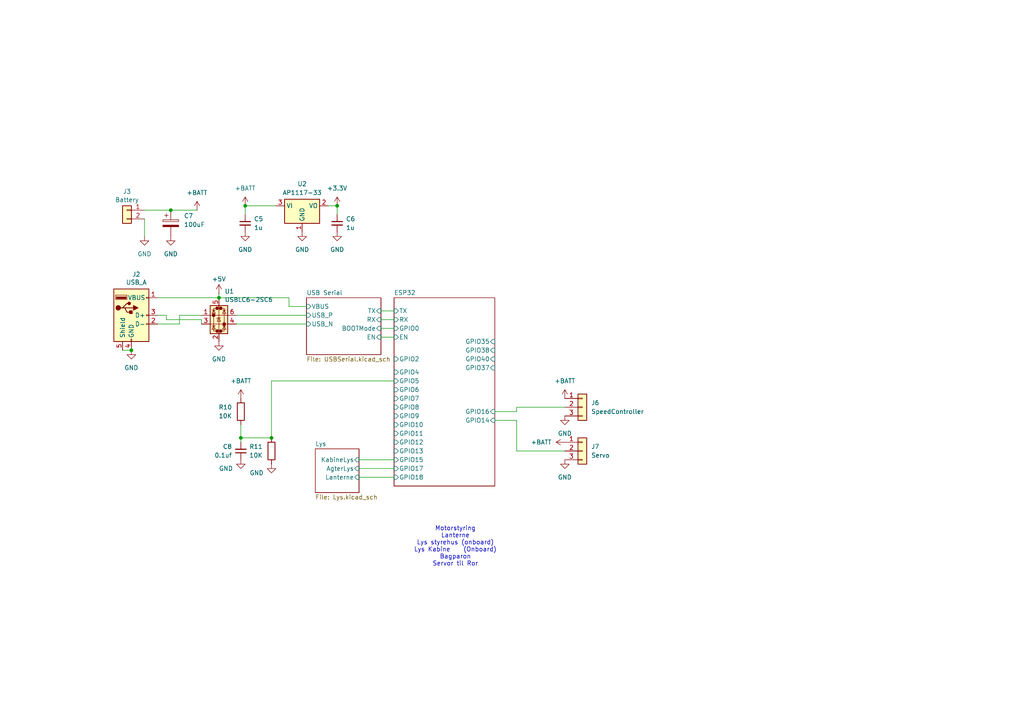
<source format=kicad_sch>
(kicad_sch (version 20231120) (generator "eeschema") (generator_version "8.0")
  (paper "A4")
  (lib_symbols
    (symbol "Connector_Generic:Conn_01x02" (pin_names (offset 1.016) hide)
      (property "Reference" "J" (at 0 2.54 0))
      (property "Value" "Conn_01x02" (at 0 -5.08 0))
      (symbol "Conn_01x02_1_1"
        (rectangle (start -1.27 -2.413) (end 0 -2.667) (stroke (width 0.1524)))
        (rectangle (start -1.27 0.127) (end 0 -0.127) (stroke (width 0.1524)))
        (rectangle (start -1.27 1.27) (end 1.27 -3.81) (stroke (width 0.254)) (fill (type background)))
        (pin passive line (at -5.08 0 0) (length 3.81) (name "Pin_1") (number "1"))
        (pin passive line (at -5.08 -2.54 0) (length 3.81) (name "Pin_2") (number "2"))
      )
    )
    (symbol "Connector_Generic:Conn_01x03" (pin_names (offset 1.016) hide)
      (property "Reference" "J" (at 0 5.08 0))
      (property "Value" "Conn_01x03" (at 0 -5.08 0))
      (symbol "Conn_01x03_1_1"
        (rectangle (start -1.27 -2.413) (end 0 -2.667) (stroke (width 0.1524)))
        (rectangle (start -1.27 0.127) (end 0 -0.127) (stroke (width 0.1524)))
        (rectangle (start -1.27 2.667) (end 0 2.413) (stroke (width 0.1524)))
        (rectangle (start -1.27 3.81) (end 1.27 -3.81) (stroke (width 0.254)) (fill (type background)))
        (pin passive line (at -5.08 2.54 0) (length 3.81) (name "Pin_1") (number "1"))
        (pin passive line (at -5.08 0 0) (length 3.81) (name "Pin_2") (number "2"))
        (pin passive line (at -5.08 -2.54 0) (length 3.81) (name "Pin_3") (number "3"))
      )
    )
    (symbol "Device:C_Polarized" (pin_numbers hide) (pin_names (offset 0.254))
      (property "Reference" "C" (at 0.635 2.54 0))
      (property "Value" "C_Polarized" (at 0.635 -2.54 0))
      (symbol "C_Polarized_0_1"
        (rectangle (start -2.286 0.508) (end 2.286 1.016))
        (polyline (pts (xy -1.778 2.286) (xy -0.762 2.286)))
        (polyline (pts (xy -1.27 2.794) (xy -1.27 1.778)))
        (rectangle (start 2.286 -0.508) (end -2.286 -1.016) (fill (type outline)))
      )
      (symbol "C_Polarized_1_1"
        (pin passive line (at 0 3.81 270) (length 2.794) (name "~") (number "1"))
        (pin passive line (at 0 -3.81 90) (length 2.794) (name "~") (number "2"))
      )
    )
    (symbol "Device:C_Small" (pin_numbers hide) (pin_names (offset 0.254) hide)
      (property "Reference" "C" (at 0.254 1.778 0))
      (property "Value" "C_Small" (at 0.254 -2.032 0))
      (symbol "C_Small_0_1"
        (polyline (pts (xy -1.524 -0.508) (xy 1.524 -0.508)) (stroke (width 0.3302)))
        (polyline (pts (xy -1.524 0.508) (xy 1.524 0.508)) (stroke (width 0.3048)))
      )
      (symbol "C_Small_1_1"
        (pin passive line (at 0 2.54 270) (length 2.032) (name "~") (number "1"))
        (pin passive line (at 0 -2.54 90) (length 2.032) (name "~") (number "2"))
      )
    )
    (symbol "Device:R" (pin_numbers hide) (pin_names (offset 0))
      (property "Reference" "R" (at 2.032 0 90))
      (property "Value" "R" (at 0 0 90))
      (symbol "R_0_1"
        (rectangle (start -1.016 -2.54) (end 1.016 2.54) (stroke (width 0.254)))
      )
      (symbol "R_1_1"
        (pin passive line (at 0 3.81 270) (length 1.27) (name "~") (number "1"))
        (pin passive line (at 0 -3.81 90) (length 1.27) (name "~") (number "2"))
      )
    )
    (symbol "GND_22" (power) (pin_names (offset 0))
      (property "Value" "GND_22" (at 0 -3.81 0))
      (symbol "GND_22_0_1"
        (polyline (pts (xy 0 0) (xy 0 -1.27) (xy 1.27 -1.27) (xy 0 -2.54) (xy -1.27 -1.27) (xy 0 -1.27)))
      )
      (symbol "GND_22_1_1"
        (pin power_in line (at 0 0 270) (length 0) hide (name "GND") (number "1"))
      )
    )
    (symbol "GND_7" (power) (pin_names (offset 0))
      (property "Value" "GND_7" (at 0 -3.81 0))
      (symbol "GND_7_0_1"
        (polyline (pts (xy 0 0) (xy 0 -1.27) (xy 1.27 -1.27) (xy 0 -2.54) (xy -1.27 -1.27) (xy 0 -1.27)))
      )
      (symbol "GND_7_1_1"
        (pin power_in line (at 0 0 270) (length 0) hide (name "GND") (number "1"))
      )
    )
    (symbol "Power_Protection:USBLC6-2SC6" (pin_names hide)
      (property "Reference" "U" (at 0.635 5.715 0))
      (property "Value" "USBLC6-2SC6" (at 0.635 3.81 0))
      (symbol "USBLC6-2SC6_0_0"
        (circle (center -1.524 0) (radius 0.0001) (stroke (width 0.508)))
        (circle (center -0.508 -4.572) (radius 0.0001) (stroke (width 0.508)))
        (circle (center -0.508 2.032) (radius 0.0001) (stroke (width 0.508)))
        (circle (center 0.508 -4.572) (radius 0.0001) (stroke (width 0.508)))
        (circle (center 0.508 2.032) (radius 0.0001) (stroke (width 0.508)))
        (circle (center 1.524 -2.54) (radius 0.0001) (stroke (width 0.508)))
      )
      (symbol "USBLC6-2SC6_0_1"
        (polyline (pts (xy -2.54 -2.54) (xy 2.54 -2.54)))
        (polyline (pts (xy -2.54 0) (xy 2.54 0)))
        (polyline (pts (xy -2.032 -3.048) (xy -1.016 -3.048)))
        (polyline (pts (xy -1.016 1.524) (xy -2.032 1.524)))
        (polyline (pts (xy 1.016 -3.048) (xy 2.032 -3.048)))
        (polyline (pts (xy 1.016 1.524) (xy 2.032 1.524)))
        (polyline (pts (xy -0.508 -1.143) (xy -0.508 -0.762) (xy 0.508 -0.762)))
        (polyline (pts (xy -2.032 0.508) (xy -1.016 0.508) (xy -1.524 1.524) (xy -2.032 0.508)))
        (polyline (pts (xy -1.016 -4.064) (xy -2.032 -4.064) (xy -1.524 -3.048) (xy -1.016 -4.064)))
        (polyline (pts (xy 0.508 -1.778) (xy -0.508 -1.778) (xy 0 -0.762) (xy 0.508 -1.778)))
        (polyline (pts (xy 2.032 -4.064) (xy 1.016 -4.064) (xy 1.524 -3.048) (xy 2.032 -4.064)))
        (polyline (pts (xy 2.032 0.508) (xy 1.016 0.508) (xy 1.524 1.524) (xy 2.032 0.508)))
        (polyline (pts (xy 0 2.54) (xy -0.508 2.032) (xy 0.508 2.032) (xy 0 1.524) (xy 0 -4.064) (xy -0.508 -4.572) (xy 0.508 -4.572) (xy 0 -5.08)))
      )
      (symbol "USBLC6-2SC6_1_1"
        (rectangle (start -2.54 2.794) (end 2.54 -5.334) (stroke (width 0.254)) (fill (type background)))
        (polyline (pts (xy -0.508 2.032) (xy -1.524 2.032) (xy -1.524 -4.572) (xy -0.508 -4.572)))
        (polyline (pts (xy 0.508 -4.572) (xy 1.524 -4.572) (xy 1.524 2.032) (xy 0.508 2.032)))
        (pin passive line (at -5.08 0 0) (length 2.54) (name "I/O1") (number "1"))
        (pin passive line (at 0 -7.62 90) (length 2.54) (name "GND") (number "2"))
        (pin passive line (at -5.08 -2.54 0) (length 2.54) (name "I/O2") (number "3"))
        (pin passive line (at 5.08 -2.54 180) (length 2.54) (name "I/O2") (number "4"))
        (pin passive line (at 0 5.08 270) (length 2.54) (name "VBUS") (number "5"))
        (pin passive line (at 5.08 0 180) (length 2.54) (name "I/O1") (number "6"))
      )
    )
    (symbol "Programmer-rescue:USB_A-Connector" (pin_names (offset 1.016))
      (property "Reference" "J" (at -5.08 11.43 0))
      (property "Value" "Connector_USB_A" (at -5.08 8.89 0))
      (symbol "USB_A-Connector_0_1"
        (rectangle (start -5.08 -7.62) (end 5.08 7.62) (stroke (width 0.254)) (fill (type background)))
        (circle (center -3.81 2.159) (radius 0.635) (stroke (width 0.254)) (fill (type outline)))
        (rectangle (start -1.524 4.826) (end -4.318 5.334) (fill (type outline)))
        (rectangle (start -1.27 4.572) (end -4.572 5.842))
        (circle (center -0.635 3.429) (radius 0.381) (stroke (width 0.254)) (fill (type outline)))
        (rectangle (start -0.127 -7.62) (end 0.127 -6.858))
        (polyline (pts (xy -3.175 2.159) (xy -2.54 2.159) (xy -1.27 3.429) (xy -0.635 3.429)) (stroke (width 0.254)))
        (polyline (pts (xy -2.54 2.159) (xy -1.905 2.159) (xy -1.27 0.889) (xy 0 0.889)) (stroke (width 0.254)))
        (polyline (pts (xy 0.635 2.794) (xy 0.635 1.524) (xy 1.905 2.159) (xy 0.635 2.794)) (stroke (width 0.254)) (fill (type outline)))
        (rectangle (start 0.254 1.27) (end -0.508 0.508) (stroke (width 0.254)) (fill (type outline)))
        (rectangle (start 5.08 -2.667) (end 4.318 -2.413))
        (rectangle (start 5.08 -0.127) (end 4.318 0.127))
        (rectangle (start 5.08 4.953) (end 4.318 5.207))
      )
      (symbol "USB_A-Connector_1_1"
        (polyline (pts (xy -1.905 2.159) (xy 0.635 2.159)) (stroke (width 0.254)))
        (pin power_in line (at 7.62 5.08 180) (length 2.54) (name "VBUS") (number "1"))
        (pin passive line (at 7.62 -2.54 180) (length 2.54) (name "D-") (number "2"))
        (pin passive line (at 7.62 0 180) (length 2.54) (name "D+") (number "3"))
        (pin power_in line (at 0 -10.16 90) (length 2.54) (name "GND") (number "4"))
        (pin passive line (at -2.54 -10.16 90) (length 2.54) (name "Shield") (number "5"))
      )
    )
    (symbol "Regulator_Linear:AP1117-33"
      (property "Reference" "U" (at -3.81 3.175 0))
      (property "Value" "AP1117-33" (at 0 3.175 0))
      (symbol "AP1117-33_0_1"
        (rectangle (start -5.08 -5.08) (end 5.08 1.905) (stroke (width 0.254)) (fill (type background)))
      )
      (symbol "AP1117-33_1_1"
        (pin power_in line (at 0 -7.62 90) (length 2.54) (name "GND") (number "1"))
        (pin power_out line (at 7.62 0 180) (length 2.54) (name "VO") (number "2"))
        (pin power_in line (at -7.62 0 0) (length 2.54) (name "VI") (number "3"))
      )
    )
    (symbol "power:+3.3V" (power) (pin_numbers hide) (pin_names (offset 0) hide)
      (property "Value" "+3.3V" (at 0 3.556 0))
      (symbol "+3.3V_0_1"
        (polyline (pts (xy -0.762 1.27) (xy 0 2.54)))
        (polyline (pts (xy 0 0) (xy 0 2.54)))
        (polyline (pts (xy 0 2.54) (xy 0.762 1.27)))
      )
      (symbol "+3.3V_1_1"
        (pin power_in line (at 0 0 90) (length 0) (name "~") (number "1"))
      )
    )
    (symbol "power:+5V" (power) (pin_numbers hide) (pin_names (offset 0) hide)
      (property "Value" "+5V" (at 0 3.556 0))
      (symbol "+5V_0_1"
        (polyline (pts (xy -0.762 1.27) (xy 0 2.54)))
        (polyline (pts (xy 0 0) (xy 0 2.54)))
        (polyline (pts (xy 0 2.54) (xy 0.762 1.27)))
      )
      (symbol "+5V_1_1"
        (pin power_in line (at 0 0 90) (length 0) (name "~") (number "1"))
      )
    )
    (symbol "power:+BATT" (power) (pin_numbers hide) (pin_names (offset 0) hide)
      (property "Value" "+BATT" (at 0 3.556 0))
      (symbol "+BATT_0_1"
        (polyline (pts (xy -0.762 1.27) (xy 0 2.54)))
        (polyline (pts (xy 0 0) (xy 0 2.54)))
        (polyline (pts (xy 0 2.54) (xy 0.762 1.27)))
      )
      (symbol "+BATT_1_1"
        (pin power_in line (at 0 0 90) (length 0) (name "~") (number "1"))
      )
    )
  )
  (junction (at 71.12 59.69))
  (junction (at 63.5 86.36))
  (junction (at 69.85 127))
  (junction (at 38.1 101.6))
  (junction (at 97.79 59.69))
  (junction (at 49.53 60.96))
  (junction (at 78.74 127))
  (wire (pts (xy 45.72 93.98) (xy 52.07 93.98)))
  (wire (pts (xy 83.82 88.9) (xy 83.82 86.36)))
  (wire (pts (xy 163.83 130.81) (xy 149.86 130.81)))
  (wire (pts (xy 49.53 60.96) (xy 57.15 60.96)))
  (wire (pts (xy 45.72 86.36) (xy 63.5 86.36)))
  (wire (pts (xy 149.86 118.11) (xy 163.83 118.11)))
  (wire (pts (xy 110.49 92.71) (xy 114.3 92.71)))
  (wire (pts (xy 69.85 127) (xy 69.85 128.27)))
  (wire (pts (xy 48.26 92.71) (xy 48.26 91.44)))
  (wire (pts (xy 69.85 123.19) (xy 69.85 127)))
  (wire (pts (xy 104.14 133.35) (xy 114.3 133.35)))
  (wire (pts (xy 104.14 138.43) (xy 114.3 138.43)))
  (wire (pts (xy 110.49 97.79) (xy 114.3 97.79)))
  (wire (pts (xy 110.49 90.17) (xy 114.3 90.17)))
  (wire (pts (xy 149.86 130.81) (xy 149.86 121.92)))
  (wire (pts (xy 48.26 91.44) (xy 45.72 91.44)))
  (wire (pts (xy 83.82 86.36) (xy 63.5 86.36)))
  (wire (pts (xy 58.42 93.98) (xy 58.42 92.71)))
  (wire (pts (xy 97.79 59.69) (xy 97.79 62.23)))
  (wire (pts (xy 68.58 93.98) (xy 88.9 93.98)))
  (wire (pts (xy 149.86 121.92) (xy 143.51 121.92)))
  (wire (pts (xy 114.3 110.49) (xy 78.74 110.49)))
  (wire (pts (xy 80.01 59.69) (xy 71.12 59.69)))
  (wire (pts (xy 88.9 88.9) (xy 83.82 88.9)))
  (wire (pts (xy 71.12 59.69) (xy 71.12 62.23)))
  (wire (pts (xy 78.74 110.49) (xy 78.74 127)))
  (wire (pts (xy 143.51 119.38) (xy 149.86 119.38)))
  (wire (pts (xy 95.25 59.69) (xy 97.79 59.69)))
  (wire (pts (xy 68.58 91.44) (xy 88.9 91.44)))
  (wire (pts (xy 104.14 135.89) (xy 114.3 135.89)))
  (wire (pts (xy 41.91 60.96) (xy 49.53 60.96)))
  (wire (pts (xy 58.42 92.71) (xy 48.26 92.71)))
  (wire (pts (xy 69.85 127) (xy 78.74 127)))
  (wire (pts (xy 41.91 68.58) (xy 41.91 63.5)))
  (wire (pts (xy 52.07 91.44) (xy 58.42 91.44)))
  (wire (pts (xy 149.86 119.38) (xy 149.86 118.11)))
  (wire (pts (xy 52.07 93.98) (xy 52.07 91.44)))
  (wire (pts (xy 35.56 101.6) (xy 38.1 101.6)))
  (wire (pts (xy 110.49 95.25) (xy 114.3 95.25)))
  (wire (pts (xy 63.5 85.09) (xy 63.5 86.36)))
  (text "Motorstyring\nLanterne\nLys styrehus (onboard)\nLys Kabine    (Onboard)\nBagparon\nServor til Ror\n" (at 132.08 158.496 0) (effects (font (size 1.27 1.27))))
  (symbol (lib_name "GND_22") (lib_id "power:GND") (at 78.74 134.62 0) (unit 1)
    (property "Reference" "#PWR034" (effects (hide yes)))
    (property "Value" "GND" (at 74.422 137.16 0))
  )
  (symbol (lib_name "GND_22") (lib_id "power:GND") (at 69.85 133.35 0) (unit 1)
    (property "Reference" "#PWR027" (effects (hide yes)))
    (property "Value" "GND" (at 65.532 135.89 0))
  )
  (symbol (lib_id "Power_Protection:USBLC6-2SC6") (at 63.5 91.44 0) (unit 1)
    (property "Reference" "U1" (at 65.1511 84.5015 0) (effects (justify left)))
    (property "Value" "USBLC6-2SC6" (at 65.1511 86.9258 0) (effects (justify left)))
    (property "Footprint" "Package_TO_SOT_SMD:SOT-23-6" (effects (hide yes)))
    (property "Datasheet" "https://www.st.com/resource/en/datasheet/usblc6-2.pdf" (effects (hide yes)))
    (property "Description" "Very low capacitance ESD protection diode, 2 data-line, SOT-23-6" (effects (hide yes)))
  )
  (symbol (lib_id "Device:R") (at 69.85 119.38 0) (mirror y) (unit 1)
    (property "Reference" "R10" (at 67.31 118.1099 0) (effects (justify left)))
    (property "Value" "10K" (at 67.31 120.6499 0) (effects (justify left)))
    (property "Footprint" "Resistor_SMD:R_0603_1608Metric" (effects (hide yes)))
    (property "LINK" "https://www.digikey.com/en/products/detail/stackpole-electronics-inc/RMCF0805JT10K0/1757762" (effects (hide yes)))
  )
  (symbol (lib_id "Device:C_Small") (at 97.79 64.77 0) (unit 1)
    (property "Reference" "C6" (at 100.33 63.5062 0) (effects (justify left)))
    (property "Value" "1u" (at 100.33 66.0462 0) (effects (justify left)))
    (property "Footprint" "Capacitor_SMD:C_0603_1608Metric" (effects (hide yes)))
    (property "Description" "Unpolarized capacitor, small symbol" (effects (hide yes)))
  )
  (symbol (lib_id "power:+BATT") (at 57.15 60.96 0) (unit 1)
    (property "Reference" "#PWR012" (effects (hide yes)))
    (property "Value" "+BATT" (at 57.15 55.88 0))
    (property "Description" "Power symbol creates a global label with name \"+BATT\"" (effects (hide yes)))
  )
  (symbol (lib_name "GND_7") (lib_id "power:GND") (at 38.1 101.6 0) (mirror y) (unit 1)
    (property "Reference" "#PWR01" (effects (hide yes)))
    (property "Value" "GND" (at 38.1 106.68 0))
  )
  (symbol (lib_name "GND_7") (lib_id "power:GND") (at 163.83 120.65 0) (unit 1)
    (property "Reference" "#PWR017" (effects (hide yes)))
    (property "Value" "GND" (at 163.83 125.73 0))
  )
  (symbol (lib_id "power:+5V") (at 63.5 85.09 0) (unit 1)
    (property "Reference" "#PWR03" (effects (hide yes)))
    (property "Value" "+5V" (at 63.5 80.9569 0))
    (property "Description" "Power symbol creates a global label with name \"+5V\"" (effects (hide yes)))
  )
  (symbol (lib_id "Programmer-rescue:USB_A-Connector") (at 38.1 91.44 0) (unit 1)
    (property "Reference" "J2" (at 39.5478 79.5782 0))
    (property "Value" "USB_A" (at 39.5478 81.8896 0))
    (property "Footprint" "Connector_USB:USB_Mini-B_Wuerth_65100516121_Horizontal" (effects (hide yes)))
    (property "Datasheet" " ~" (effects (hide yes)))
  )
  (symbol (lib_id "power:+BATT") (at 163.83 115.57 0) (unit 1)
    (property "Reference" "#PWR018" (effects (hide yes)))
    (property "Value" "+BATT" (at 163.83 110.49 0))
    (property "Description" "Power symbol creates a global label with name \"+BATT\"" (effects (hide yes)))
  )
  (symbol (lib_id "Device:C_Small") (at 69.85 130.81 0) (mirror x) (unit 1)
    (property "Reference" "C8" (at 67.31 129.5336 0) (effects (justify right)))
    (property "Value" "0.1uf" (at 67.31 132.0736 0) (effects (justify right)))
    (property "Footprint" "Capacitor_SMD:C_0603_1608Metric" (effects (hide yes)))
    (property "LINK" "https://www.digikey.com/en/products/detail/samsung-electro-mechanics/CL21B104KBCNNNC/3886661" (effects (hide yes)))
  )
  (symbol (lib_id "Device:C_Polarized") (at 49.53 64.77 0) (unit 1)
    (property "Reference" "C7" (at 53.34 62.6109 0) (effects (justify left)))
    (property "Value" "100uF" (at 53.34 65.1509 0) (effects (justify left)))
    (property "Footprint" "Capacitor_SMD:CP_Elec_6.3x5.4" (effects (hide yes)))
    (property "Description" "Polarized capacitor" (effects (hide yes)))
  )
  (symbol (lib_name "GND_7") (lib_id "power:GND") (at 163.83 133.35 0) (unit 1)
    (property "Reference" "#PWR016" (effects (hide yes)))
    (property "Value" "GND" (at 163.83 138.43 0))
  )
  (symbol (lib_id "Regulator_Linear:AP1117-33") (at 87.63 59.69 0) (unit 1)
    (property "Reference" "U2" (at 87.63 53.34 0))
    (property "Value" "AP1117-33" (at 87.63 55.88 0))
    (property "Footprint" "Package_TO_SOT_SMD:SOT-223-3_TabPin2" (effects (hide yes)))
    (property "Datasheet" "http://www.diodes.com/datasheets/AP1117.pdf" (effects (hide yes)))
    (property "Description" "1A Low Dropout regulator, positive, 3.3V fixed output, SOT-223" (effects (hide yes)))
  )
  (symbol (lib_id "power:+BATT") (at 163.83 128.27 90) (unit 1)
    (property "Reference" "#PWR019" (effects (hide yes)))
    (property "Value" "+BATT" (at 160.02 128.2699 90) (effects (justify left)))
    (property "Description" "Power symbol creates a global label with name \"+BATT\"" (effects (hide yes)))
  )
  (symbol (lib_id "power:+3.3V") (at 97.79 59.69 0) (unit 1)
    (property "Reference" "#PWR025" (effects (hide yes)))
    (property "Value" "+3.3V" (at 97.79 54.61 0))
    (property "Description" "Power symbol creates a global label with name \"+3.3V\"" (effects (hide yes)))
  )
  (symbol (lib_name "GND_7") (lib_id "power:GND") (at 41.91 68.58 0) (unit 1)
    (property "Reference" "#PWR05" (effects (hide yes)))
    (property "Value" "GND" (at 41.91 73.66 0))
  )
  (symbol (lib_id "Connector_Generic:Conn_01x03") (at 168.91 130.81 0) (unit 1)
    (property "Reference" "J7" (at 171.45 129.5399 0) (effects (justify left)))
    (property "Value" "Servo" (at 171.45 132.0799 0) (effects (justify left)))
    (property "Footprint" "Connector_Molex:Molex_KK-254_AE-6410-03A_1x03_P2.54mm_Vertical" (effects (hide yes)))
    (property "Description" "Generic connector, single row, 01x03, script generated (kicad-library-utils/schlib/autogen/connector/)" (effects (hide yes)))
  )
  (symbol (lib_id "Connector_Generic:Conn_01x02") (at 36.83 60.96 0) (mirror y) (unit 1)
    (property "Reference" "J3" (at 36.83 55.5455 0))
    (property "Value" "Battery" (at 36.83 57.9698 0))
    (property "Footprint" "Connector_Molex:Molex_KK-254_AE-6410-02A_1x02_P2.54mm_Vertical" (effects (hide yes)))
    (property "Description" "Generic connector, single row, 01x02, script generated (kicad-library-utils/schlib/autogen/connector/)" (effects (hide yes)))
  )
  (symbol (lib_id "Connector_Generic:Conn_01x03") (at 168.91 118.11 0) (unit 1)
    (property "Reference" "J6" (at 171.45 116.8399 0) (effects (justify left)))
    (property "Value" "SpeedController" (at 171.45 119.3799 0) (effects (justify left)))
    (property "Footprint" "Connector_Molex:Molex_KK-254_AE-6410-03A_1x03_P2.54mm_Vertical" (effects (hide yes)))
    (property "Description" "Generic connector, single row, 01x03, script generated (kicad-library-utils/schlib/autogen/connector/)" (effects (hide yes)))
  )
  (symbol (lib_name "GND_7") (lib_id "power:GND") (at 63.5 99.06 0) (unit 1)
    (property "Reference" "#PWR04" (effects (hide yes)))
    (property "Value" "GND" (at 63.5 104.14 0))
  )
  (symbol (lib_name "GND_7") (lib_id "power:GND") (at 71.12 67.31 0) (unit 1)
    (property "Reference" "#PWR021" (effects (hide yes)))
    (property "Value" "GND" (at 71.12 72.39 0))
  )
  (symbol (lib_name "GND_7") (lib_id "power:GND") (at 87.63 67.31 0) (unit 1)
    (property "Reference" "#PWR020" (effects (hide yes)))
    (property "Value" "GND" (at 87.63 72.39 0))
  )
  (symbol (lib_id "Device:C_Small") (at 71.12 64.77 0) (unit 1)
    (property "Reference" "C5" (at 73.66 63.5062 0) (effects (justify left)))
    (property "Value" "1u" (at 73.66 66.0462 0) (effects (justify left)))
    (property "Footprint" "Capacitor_SMD:C_0603_1608Metric" (effects (hide yes)))
    (property "Description" "Unpolarized capacitor, small symbol" (effects (hide yes)))
  )
  (symbol (lib_name "GND_7") (lib_id "power:GND") (at 97.79 67.31 0) (unit 1)
    (property "Reference" "#PWR023" (effects (hide yes)))
    (property "Value" "GND" (at 97.79 72.39 0))
  )
  (symbol (lib_id "power:+BATT") (at 71.12 59.69 0) (unit 1)
    (property "Reference" "#PWR022" (effects (hide yes)))
    (property "Value" "+BATT" (at 71.12 54.61 0))
    (property "Description" "Power symbol creates a global label with name \"+BATT\"" (effects (hide yes)))
  )
  (symbol (lib_name "GND_7") (lib_id "power:GND") (at 49.53 68.58 0) (unit 1)
    (property "Reference" "#PWR026" (effects (hide yes)))
    (property "Value" "GND" (at 49.53 73.66 0))
  )
  (symbol (lib_id "power:+BATT") (at 69.85 115.57 0) (unit 1)
    (property "Reference" "#PWR02" (effects (hide yes)))
    (property "Value" "+BATT" (at 69.85 110.49 0))
    (property "Description" "Power symbol creates a global label with name \"+BATT\"" (effects (hide yes)))
  )
  (symbol (lib_id "Device:R") (at 78.74 130.81 0) (mirror y) (unit 1)
    (property "Reference" "R11" (at 76.2 129.5399 0) (effects (justify left)))
    (property "Value" "10K" (at 76.2 132.0799 0) (effects (justify left)))
    (property "Footprint" "Resistor_SMD:R_0603_1608Metric" (effects (hide yes)))
    (property "LINK" "https://www.digikey.com/en/products/detail/stackpole-electronics-inc/RMCF0805JT10K0/1757762" (effects (hide yes)))
  )
  (sheet (at 88.9 86.36) (size 21.59 16.51) (stroke (width 0.1524))
    (property "Sheetname" "USB Serial" (at 88.9 85.6484 0) (effects (justify left bottom)))
    (property "Sheetfile" "USBSerial.kicad_sch" (at 88.9 103.4546 0) (effects (justify left top)))
    (pin "RX" input (at 110.49 92.71 0))
    (pin "TX" input (at 110.49 90.17 0))
    (pin "USB_N" input (at 88.9 93.98 180))
    (pin "USB_P" input (at 88.9 91.44 180))
    (pin "VBUS" input (at 88.9 88.9 180))
    (pin "BOOTMode" input (at 110.49 95.25 0))
    (pin "EN" input (at 110.49 97.79 0))
  )
  (sheet (at 91.44 130.175) (size 12.7 12.7) (stroke (width 0.1524))
    (property "Sheetname" "Lys" (at 91.44 129.4634 0) (effects (justify left bottom)))
    (property "Sheetfile" "Lys.kicad_sch" (at 91.44 143.4596 0) (effects (justify left top)))
    (pin "KabineLys" input (at 104.14 133.35 0))
    (pin "AgterLys" input (at 104.14 135.89 0))
    (pin "Lanterne" input (at 104.14 138.43 0))
  )
  (sheet (at 114.3 86.36) (size 29.21 54.61) (stroke (width 0.1524))
    (property "Sheetname" "ESP32" (at 114.3 85.6484 0) (effects (justify left bottom)))
    (property "Sheetfile" "StdEsp32.kicad_sch" (effects (hide yes)))
    (pin "GPIO2" input (at 114.3 104.14 180))
    (pin "GPIO5" input (at 114.3 110.49 180))
    (pin "GPIO4" input (at 114.3 107.95 180))
    (pin "GPIO7" input (at 114.3 115.57 180))
    (pin "GPIO35" input (at 143.51 99.06 0))
    (pin "GPIO38" input (at 143.51 101.6 0))
    (pin "GPIO40" input (at 143.51 104.14 0))
    (pin "GPIO37" input (at 143.51 106.68 0))
    (pin "TX" input (at 114.3 90.17 180))
    (pin "RX" input (at 114.3 92.71 180))
    (pin "GPIO0" input (at 114.3 95.25 180))
    (pin "EN" input (at 114.3 97.79 180))
    (pin "GPIO8" input (at 114.3 118.11 180))
    (pin "GPIO6" input (at 114.3 113.03 180))
    (pin "GPIO9" input (at 114.3 120.65 180))
    (pin "GPIO11" input (at 114.3 125.73 180))
    (pin "GPIO18" input (at 114.3 138.43 180))
    (pin "GPIO13" input (at 114.3 130.81 180))
    (pin "GPIO17" input (at 114.3 135.89 180))
    (pin "GPIO10" input (at 114.3 123.19 180))
    (pin "GPIO15" input (at 114.3 133.35 180))
    (pin "GPIO12" input (at 114.3 128.27 180))
    (pin "GPIO16" input (at 143.51 119.38 0))
    (pin "GPIO14" input (at 143.51 121.92 0))
  )
)
</source>
